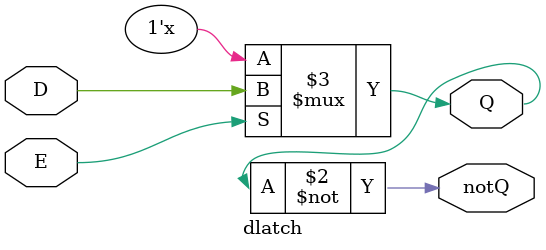
<source format=v>
module dlatch(
    input D, E,
    output reg Q,
    output notQ
    );
    always @(D, E) begin
        if(E)
            Q <= D;
    end
    assign notQ = ~Q;
        
       
endmodule

</source>
